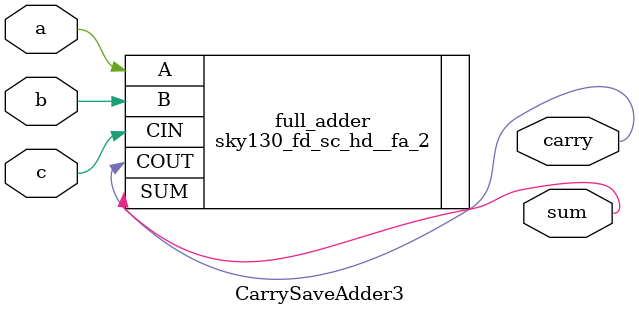
<source format=v>
/*
 * Copyright (c) 2024 ReJ aka Renaldas Zioma
 * SPDX-License-Identifier: Apache-2.0
 */

`default_nettype none

`ifdef SIM
`elsif FPGA
`else
`define USE_HA_FA_CELLS
`endif

module PopCount256 (
  input [255:0] data,
  output  [8:0] count // 9 bits to hold from 0 to 256 (inclusive)
);
  wire [85+1-1:0] bit0_stage1;
  wire [28+2-1:0] bit0_stage2;
  wire [10  -1:0] bit0_stage3;
  wire [ 3+1-1:0] bit0_stage4;
  wire [ 1+1-1:0] bit0_stage5;
  wire [85  -1:0] bit1_stage1;
  wire [28  -1:0] bit1_stage2;
  wire [10  -1:0] bit1_stage3;
  wire [ 3  -1:0] bit1_stage4;
  wire            bit1_stage5;
  wire            bit1_stage6;
  Add256 ad0(.data(data),        .sum(bit0_stage1), .carry(bit1_stage1)); // 85
  Add86 add1(.data(bit0_stage1), .sum(bit0_stage2), .carry(bit1_stage2)); // 28
  Add30 add2(.data(bit0_stage2), .sum(bit0_stage3), .carry(bit1_stage3)); // 10
  Add10 add3(.data(bit0_stage3), .sum(bit0_stage4), .carry(bit1_stage4)); // 3
  Add4  add4(.data(bit0_stage4), .sum(bit0_stage5), .carry(bit1_stage5)); // 1
  Add2  add5(.data(bit0_stage5), .sum(count[0]),    .carry(bit1_stage6)); // 0.625

  wire [127:0] pop128 = {bit1_stage1, bit1_stage2, bit1_stage3, bit1_stage4, bit1_stage5, bit1_stage6};
  PopCount128 count128(.data(pop128), .count(count[8:1]));

endmodule

module PopCount128 (
  input [127:0] data,
  output  [7:0] count // 8 bits to hold from 0 to 128 (inclusive)
);
  wire [43:0] bit0_stage1;
  wire [15:0] bit0_stage2;
  wire [ 5:0] bit0_stage3;
  wire [ 1:0] bit0_stage4;
  wire [41:0] bit1_stage1;
  wire [13:0] bit1_stage2;
  wire [ 4:0] bit1_stage3;
  wire [ 1:0] bit1_stage4;
  wire        bit1_stage5;
  Add128 ad0(.data(data),        .sum(bit0_stage1), .carry(bit1_stage1)); // 42
  Add44 add1(.data(bit0_stage1), .sum(bit0_stage2), .carry(bit1_stage2)); // 14
  Add16 add3(.data(bit0_stage2), .sum(bit0_stage3), .carry(bit1_stage3)); // 5
  Add6  add4(.data(bit0_stage3), .sum(bit0_stage4), .carry(bit1_stage4)); // 2
  Add2  add5(.data(bit0_stage4), .sum(count[0]),    .carry(bit1_stage5)); // 0.625

  wire [63:0] pop64 = {bit1_stage1, bit1_stage2, bit1_stage3, bit1_stage4, bit1_stage5};
  PopCount64 count64(.data(pop64), .count(count[7:1]));

endmodule

module PopCount64 (
  input [63:0] data,
  output [6:0] count // 7 bits to hold from 0 to 64 (inclusive)
);
  wire [21:0] bit0_stage1;
  wire [ 7:0] bit0_stage2;
  wire [ 3:0] bit0_stage3;
  wire [ 1:0] bit0_stage4;
  wire [20:0] bit1_stage1;
  wire [ 6:0] bit1_stage2;
  wire [ 1:0] bit1_stage3;
  wire        bit1_stage4;
  wire        bit1_stage5;
  Add64 add1(.data(data),        .sum(bit0_stage1), .carry(bit1_stage1)); // 21
  Add22 add2(.data(bit0_stage1), .sum(bit0_stage2), .carry(bit1_stage2)); // 7
  Add8  add3(.data(bit0_stage2), .sum(bit0_stage3), .carry(bit1_stage3)); // 2
  Add4  add4(.data(bit0_stage3), .sum(bit0_stage4), .carry(bit1_stage4)); // 1
  Add2  add5(.data(bit0_stage4), .sum(count[0]),    .carry(bit1_stage5)); // 0.625

  wire [31:0] pop32 = {bit1_stage1, bit1_stage2, bit1_stage3, bit1_stage4, bit1_stage5};
  PopCount32 count32(.data(pop32), .count(count[6:1]));

endmodule

module PopCount32 (
    input [31:0] data,
    output [5:0] count // 6 bits to hold from 0 to 32 (inclusive)
);
  wire [11:0] bit0_stage1;
  wire [ 3:0] bit0_stage2;
  wire [ 1:0] bit0_stage3;
  wire        bit0_final;

  wire [ 9:0] bit1_stage1;
  wire [ 3:0] bit1_stage2;
  wire        bit1_stage3;
  wire        bit1_stage4;

  Add32 add1(.data(data),        .sum(bit0_stage1), .carry(bit1_stage1)); // 10
  Add12 add2(.data(bit0_stage1), .sum(bit0_stage2), .carry(bit1_stage2)); // 4
  Add4  add3(.data(bit0_stage2), .sum(bit0_stage3), .carry(bit1_stage3)); // 1
  Add2  add4(.data(bit0_stage3), .sum(bit0_final),  .carry(bit1_stage4)); // 0

  wire [ 5:0] bit1_stage5;
  wire [ 1:0] bit1_stage6;
  wire        bit1_final;

  wire [ 4:0] bit2_stage5;
  wire [ 1:0] bit2_stage6;
  wire        bit2_stage7;

  Add16 add5(.data({bit1_stage1, bit1_stage2, bit1_stage3, bit1_stage4}), .sum(bit1_stage5), .carry(bit2_stage5));  // 5
  Add6  add6(.data(bit1_stage5),                                          .sum(bit1_stage6), .carry(bit2_stage6));  // 2
  Add2  add7(.data(bit1_stage6),                                          .sum(bit1_final),  .carry(bit2_stage7));  // 0

  wire [ 3:0] bit2_stage8;
  wire [ 1:0] bit2_stage9;
  wire        bit2_final;

  wire [ 1:0] bit3_stage8;
  wire        bit3_stage9;
  wire        bit3_stage10;

  Add8  add8(.data({bit2_stage5, bit2_stage6, bit2_stage7}),              .sum(bit2_stage8), .carry(bit3_stage8));  // 2
  Add4  add9(.data(bit2_stage8),                                          .sum(bit2_stage9), .carry(bit3_stage9));  // 1
  Add2 add10(.data(bit2_stage9),                                          .sum(bit2_final),  .carry(bit3_stage10)); // 0

  wire [ 1:0] bit3_stage11;
  wire        bit3_final;

  wire        bit4_stage11;
  wire        bit4_stage12;

  Add4 add11(.data({bit3_stage8, bit3_stage9, bit3_stage10}),             .sum(bit3_stage11), .carry(bit4_stage11));  // 1
  Add2 add12(.data(bit3_stage11),                                         .sum(bit3_final),   .carry(bit4_stage12)); 

  wire        bit4_final, bit5_final;

  Add2 addFF(.data({bit4_stage12, bit4_stage11}),                         .sum(bit4_final),   .carry(bit5_final));

  // Output the final count
  assign count = {bit5_final, bit4_final, bit3_final, bit2_final, bit1_final, bit0_final};

endmodule


module Add256 (
    input  [255:0] data,
    output  [85:0] sum,
    output  [84:0] carry
);
  generate
    genvar i;
    for (i = 0; i < 255; i = i + 3)
      CarrySaveAdder3 add3 (.a(data[i  ]), .b(data[i+1]), .c(data[i+2]),
        .sum(sum[i/3]), .carry(carry[i/3]));
  endgenerate
  assign sum[85] = data[255];
endmodule

module Add128 (
    input  [127:0] data,
    output  [43:0] sum,
    output  [41:0] carry
);
  generate
    genvar i;
    for (i = 0; i < 126; i = i + 3)
      CarrySaveAdder3 add3 (.a(data[i  ]), .b(data[i+1]), .c(data[i+2]),
        .sum(sum[i/3]), .carry(carry[i/3]));
  endgenerate
  assign sum[43:42] = data[127:126];
endmodule

module Add86 (
    input  [85:0] data,
    output [29:0] sum,
    output [27:0] carry
);
  generate
    genvar i;
    for (i = 0; i < 84; i = i + 3)
      CarrySaveAdder3 add3 (.a(data[i  ]), .b(data[i+1]), .c(data[i+2]),
        .sum(sum[i/3]), .carry(carry[i/3]));
  endgenerate
  assign sum[29:28] = data[85:84];
endmodule

module Add64 (
    input  [63:0] data,
    output [21:0] sum,
    output [20:0] carry
);
  generate
    genvar i;
    for (i = 0; i < 63; i = i + 3)
      CarrySaveAdder3 add3 (.a(data[i  ]), .b(data[i+1]), .c(data[i+2]),
        .sum(sum[i/3]), .carry(carry[i/3]));
  endgenerate
  assign sum[21] = data[63];
endmodule

module Add44 (
    input  [43:0] data,
    output [15:0] sum,
    output [13:0] carry
);
  generate
    genvar i;
    for (i = 0; i < 42; i = i + 3)
      CarrySaveAdder3 add3 (.a(data[i  ]), .b(data[i+1]), .c(data[i+2]),
        .sum(sum[i/3]), .carry(carry[i/3]));
  endgenerate
  assign sum[15:14] = data[43:42];
endmodule

module Add32 (
    input  [31:0] data,
    output [11:0] sum,
    output [ 9:0] carry
);
  generate
    genvar i;
    for (i = 0; i < 30; i = i + 3)
      CarrySaveAdder3 add3 (.a(data[i  ]), .b(data[i+1]), .c(data[i+2]),
        .sum(sum[i/3]), .carry(carry[i/3]));
  endgenerate
  assign sum[11:10] = data[31:30];
endmodule

module Add30 (
    input  [29:0] data,
    output [ 9:0] sum,
    output [ 9:0] carry
);
  generate
    genvar i;
    for (i = 0; i < 30; i = i + 3)
      CarrySaveAdder3 add3 (.a(data[i  ]), .b(data[i+1]), .c(data[i+2]),
        .sum(sum[i/3]), .carry(carry[i/3]));
  endgenerate
endmodule

module Add22 (
    input  [21:0] data,
    output [ 7:0] sum,
    output [ 6:0] carry
);
  generate
    genvar i;
    for (i = 0; i < 21; i = i + 3)
      CarrySaveAdder3 add3 (.a(data[i  ]), .b(data[i+1]), .c(data[i+2]),
        .sum(sum[i/3]), .carry(carry[i/3]));
  endgenerate
  assign sum[7] = data[21];
endmodule

module Add16 (
    input  [15:0] data,
    output [ 5:0] sum,
    output [ 4:0] carry
);
  generate
    genvar i;
    for (i = 0; i < 15; i = i + 3)
      CarrySaveAdder3 add3 (.a(data[i  ]), .b(data[i+1]), .c(data[i+2]),
        .sum(sum[i/3]), .carry(carry[i/3]));
  endgenerate
  assign sum[5] = data[15];
endmodule

module Add12 (
    input  [11:0] data,
    output [ 3:0] sum,
    output [ 3:0] carry
);
  generate
    genvar i;
    for (i = 0; i < 12; i = i + 3)
      CarrySaveAdder3 add3 (.a(data[i  ]), .b(data[i+1]), .c(data[i+2]),
        .sum(sum[i/3]), .carry(carry[i/3]));
  endgenerate
endmodule

module Add10 (
    input  [ 9:0] data,
    output [ 3:0] sum,
    output [ 2:0] carry
);
  generate
    genvar i;
    for (i = 0; i < 9; i = i + 3)
      CarrySaveAdder3 add3 (.a(data[i  ]), .b(data[i+1]), .c(data[i+2]),
        .sum(sum[i/3]), .carry(carry[i/3]));
  endgenerate
  assign sum[3] = data[9];
endmodule

module Add8 (
    input  [ 7:0] data,
    output [ 3:0] sum,
    output [ 1:0] carry
);
  generate
    genvar i;
    for (i = 0; i < 6; i = i + 3)
      CarrySaveAdder3 add3 (.a(data[i  ]), .b(data[i+1]), .c(data[i+2]),
        .sum(sum[i/3]), .carry(carry[i/3]));
  endgenerate
  assign sum[3:2] = data[7:6];
endmodule

module Add6 (
    input  [ 5:0] data,
    output [ 1:0] sum,
    output [ 1:0] carry
);
  generate
    genvar i;
    for (i = 0; i < 6; i = i + 3)
      CarrySaveAdder3 add3 (.a(data[i  ]), .b(data[i+1]), .c(data[i+2]),
        .sum(sum[i/3]), .carry(carry[i/3]));
  endgenerate
endmodule

module Add4 (
    input  [ 3:0] data,
    output [ 1:0] sum,
    output        carry
);
  CarrySaveAdder3 add3 (.a(data[0]), .b(data[1]), .c(data[2]),
                        .sum(sum[0]), .carry(carry));
  assign sum[1] = data[3];
endmodule


module Add2 (
    input  [ 1:0] data,
    output        sum,
    output        carry
);
  `ifdef USE_HA_FA_CELLS
    /* verilator lint_off PINMISSING */
    sky130_fd_sc_hd__ha_2 half_adder(.A(data[0]), .B(data[1]), .COUT(carry), .SUM(sum));
    /* verilator lint_on PINMISSING */
  `else
    CarrySaveAdder3 add3 (.a(data[0]), .b(data[1]), .c(1'b0),
                          .sum(sum), .carry(carry));
  `endif
endmodule

module CarrySaveAdder3 (
    input a,
    input b,
    input c,
    output sum,
    output carry
);
  `ifdef USE_HA_FA_CELLS
    /* verilator lint_off PINMISSING */
    sky130_fd_sc_hd__fa_2 full_adder(.A(a), .B(b), .CIN(c), .COUT(carry), .SUM(sum));
    /* verilator lint_on PINMISSING */
  `else
    assign sum = a ^ b ^ c;  // XOR for sum
    assign carry = (a & b) | (b & c) | (c & a);  // Majority function for carry
  `endif
endmodule


</source>
